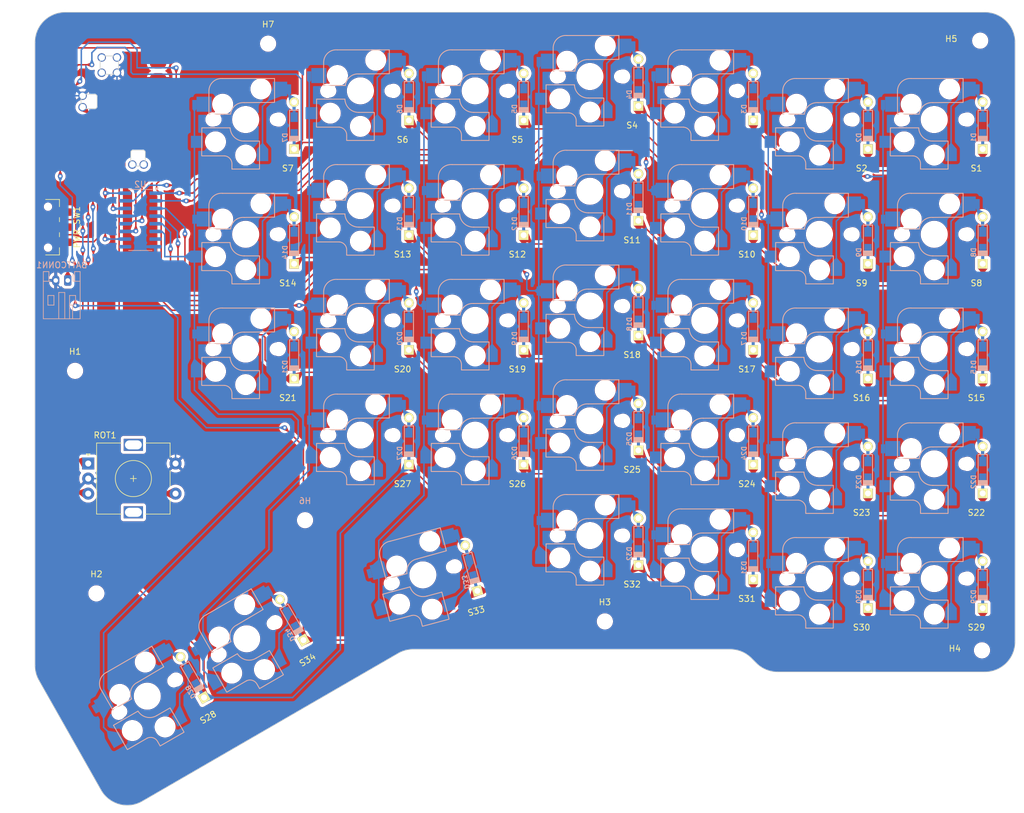
<source format=kicad_pcb>
(kicad_pcb (version 20240108) (generator "pcbnew") (generator_version "8.0")
  (layers (0 "F.Cu" signal) (31 "B.Cu" signal) (34 "B.Paste" user) (35 "F.Paste" user) (36 "B.SilkS" user "B.Silkscreen") (37 "F.SilkS" user "F.Silkscreen") (38 "B.Mask" user) (39 "F.Mask" user) (44 "Edge.Cuts" user))
  (net 0 "")
  (net 1 "row0")
  (net 2 "Net-(D1-A)")
  (net 3 "Net-(D2-A)")
  (net 4 "Net-(D3-A)")
  (net 5 "Net-(D4-A)")
  (net 6 "Net-(D5-A)")
  (net 7 "Net-(D6-A)")
  (net 8 "row1")
  (net 9 "Net-(D7-A)")
  (net 10 "Net-(D8-A)")
  (net 11 "Net-(D9-A)")
  (net 12 "Net-(D10-A)")
  (net 13 "Net-(D11-A)")
  (net 14 "Net-(D12-A)")
  (net 15 "row2")
  (net 16 "Net-(D13-A)")
  (net 17 "Net-(D14-A)")
  (net 18 "Net-(D15-A)")
  (net 19 "Net-(D16-A)")
  (net 20 "Net-(D17-A)")
  (net 21 "Net-(D18-A)")
  (net 22 "row3")
  (net 23 "Net-(D19-A)")
  (net 24 "Net-(D20-A)")
  (net 25 "Net-(D21-A)")
  (net 26 "Net-(D22-A)")
  (net 27 "Net-(D23-A)")
  (net 28 "Net-(D24-A)")
  (net 29 "row4")
  (net 30 "Net-(D25-A)")
  (net 31 "Net-(D26-A)")
  (net 32 "Net-(D27-A)")
  (net 33 "Net-(D28-A)")
  (net 34 "Net-(D29-A)")
  (net 35 "Net-(D30-A)")
  (net 37 "BATT")
  (net 38 "RAW")
  (net 39 "ROTA")
  (net 40 "ROTB")
  (net 41 "GND")
  (net 42 "B1")
  (net 43 "RESET")
  (net 44 "col0")
  (net 45 "col1")
  (net 46 "col2")
  (net 47 "col3")
  (net 48 "col4")
  (net 49 "col5")
  (net 50 "VCC")
  (net 54 "Net-(D31-A)")
  (net 55 "Net-(D32-A)")
  (net 56 "Net-(D33-A)")
  (net 57 "Net-(D34-A)")
  (net 58 "IO_CS")
  (net 59 "SCK")
  (net 60 "MOSI")
  (net 63 "col6")
  (net 64 "col7")
  (footprint "wackymxter:MX_Choc_Hotswap" (layer "F.Cu") (at 89.695966 131.435931 30)
    (property "Reference" "S34")
    (property "Value" "Keyswitch" (hide yes))
  )
  (footprint "wackymxter:MX_Choc_Hotswap" (layer "F.Cu") (at 184.775 64.293843)
    (property "Reference" "S9")
    (property "Value" "Keyswitch" (hide yes))
  )
  (footprint "wackymxter:HybridDiode" (layer "F.Cu") (at 97.575 84.343843 -90)
    (property "Reference" "D21")
    (property "Value" "Diode" (hide yes))
  )
  (footprint "wackymxter:HybridDiode" (layer "F.Cu") (at 211.875 65.293843 -90)
    (property "Reference" "D8")
    (property "Value" "Diode" (hide yes))
  )
  (footprint "wackymxter:MX_Choc_Hotswap" (layer "F.Cu") (at 165.725 40.481343)
    (property "Reference" "S3" (hide yes))
    (property "Value" "Keyswitch" (hide yes))
  )
  (footprint "Button_Switch_SMD:SW_SPDT_CK_JS102011SAQN" (layer "F.Cu") (at 56.717382 63.11 -90)
    (property "Reference" "PWR_SW1")
    (property "Value" "SW_SPDT")
  )
  (footprint "wackymxter:HybridDiode" (layer "F.Cu") (at 192.825 84.343843 -90)
    (property "Reference" "D16")
    (property "Value" "Diode" (hide yes))
  )
  (footprint "MountingHole:MountingHole_2.2mm_M2" (layer "F.Cu") (at 211.455474 32.15)
    (property "Reference" "H5")
    (property "Value" "MountingHole")
  )
  (footprint "wackymxter:MX_Choc_Hotswap" (layer "F.Cu") (at 184.775 102.393843)
    (property "Reference" "S23")
    (property "Value" "Keyswitch" (hide yes))
  )
  (footprint "wackymxter:MX_Choc_Hotswap" (layer "F.Cu") (at 165.725 78.581343)
    (property "Reference" "S17")
    (property "Value" "Keyswitch" (hide yes))
  )
  (footprint "wackymxter:HybridDiode" (layer "F.Cu") (at 211.875 84.343843 -90)
    (property "Reference" "D15")
    (property "Value" "Diode" (hide yes))
  )
  (footprint "wackymxter:HybridDiode" (layer "F.Cu") (at 173.775 98.631343 -90)
    (property "Reference" "D24")
    (property "Value" "Diode" (hide yes))
  )
  (footprint "wackymxter:HybridDiode" (layer "F.Cu") (at 116.625 60.531343 -90)
    (property "Reference" "D13")
    (property "Value" "Diode" (hide yes))
  )
  (footprint "wackymxter:MX_Choc_Hotswap" (layer "F.Cu") (at 127.625 97.631343)
    (property "Reference" "S26")
    (property "Value" "Keyswitch" (hide yes))
  )
  (footprint "MountingHole:MountingHole_2.2mm_M2" (layer "F.Cu") (at 149.155474 128.55)
    (property "Reference" "H3")
    (property "Value" "MountingHole")
  )
  (footprint "wackymxter:MX_Choc_Hotswap" (layer "F.Cu") (at 184.775 121.443843)
    (property "Reference" "S30")
    (property "Value" "Keyswitch" (hide yes))
  )
  (footprint "wackymxter:HybridDiode" (layer "F.Cu") (at 173.775 117.681343 -90)
    (property "Reference" "D31")
    (property "Value" "Diode" (hide yes))
  )
  (footprint "wackymxter:MX_Choc_Hotswap" (layer "F.Cu") (at 146.675 38.100093)
    (property "Reference" "S4")
    (property "Value" "Keyswitch" (hide yes))
  )
  (footprint "wackymxter:MX_Choc_Hotswap" (layer "F.Cu") (at 203.825 121.443843)
    (property "Reference" "S29")
    (property "Value" "Keyswitch" (hide yes))
  )
  (footprint "wackymxter:HybridDiode" (layer "F.Cu") (at 154.725 39.100093 -90)
    (property "Reference" "D4")
    (property "Value" "Diode" (hide yes))
  )
  (footprint "wackymxter:HybridDiode" (layer "F.Cu") (at 135.675 79.581343 -90)
    (property "Reference" "D19")
    (property "Value" "Diode" (hide yes))
  )
  (footprint "wackymxter:HybridDiode" (layer "F.Cu") (at 116.625 98.631343 -90)
    (property "Reference" "D27")
    (property "Value" "Diode" (hide yes))
  )
  (footprint "wackymxter:MX_Choc_Hotswap" (layer "F.Cu") (at 118.945726 120.82565 15)
    (property "Reference" "S33")
    (property "Value" "Keyswitch" (hide yes))
  )
  (footprint "wackymxter:HybridDiode" (layer "F.Cu") (at 154.725 58.150093 -90)
    (property "Reference" "D11")
    (property "Value" "Diode" (hide yes))
  )
  (footprint "wackymxter:HybridDiode" (layer "F.Cu") (at 173.775 41.481343 -90)
    (property "Reference" "D3")
    (property "Value" "Diode" (hide yes))
  )
  (footprint "wackymxter:MX_Choc_Hotswap" (layer "F.Cu") (at 165.725 59.531343)
    (property "Reference" "S10")
    (property "Value" "Keyswitch" (hide yes))
  )
  (footprint "wackymxter:HybridDiode" (layer "F.Cu") (at 211.875 46.243843 -90)
    (property "Reference" "D1")
    (property "Value" "Diode" (hide yes))
  )
  (footprint "wackymxter:HybridDiode" (layer "F.Cu") (at 135.675 41.481343 -90)
    (property "Reference" "D5")
    (property "Value" "Diode" (hide yes))
  )
  (footprint "wackymxter:HybridDiode" (layer "F.Cu") (at 192.825 65.293843 -90)
    (property "Reference" "D9")
    (property "Value" "Diode" (hide yes))
  )
  (footprint "wackymxter:MX_Choc_Hotswap" (layer "F.Cu") (at 89.525 45.243843)
    (property "Reference" "S7")
    (property "Value" "Keyswitch" (hide yes))
  )
  (footprint "wackymxter:HybridDiode" (layer "F.Cu") (at 80.669686 137.801957 -60)
    (property "Reference" "D28")
    (property "Value" "Diode" (hide yes))
  )
  (footprint "wackymxter:HybridDiode" (layer "F.Cu") (at 211.875 103.393843 -90)
    (property "Reference" "D22")
    (property "Value" "Diode" (hide yes))
  )
  (footprint "wackymxter:MX_Choc_Hotswap" (layer "F.Cu") (at 146.675 95.250093)
    (property "Reference" "S25")
    (property "Value" "Keyswitch" (hide yes))
  )
  (footprint "wackymxter:HybridDiode" (layer "F.Cu") (at 116.625 79.581343 -90)
    (property "Reference" "D20")
    (property "Value" "Diode" (hide yes))
  )
  (footprint "wackymxter:MX_Choc_Hotswap" (layer "F.Cu") (at 203.825 102.393843)
    (property "Reference" "S22")
    (property "Value" "Keyswitch" (hide yes))
  )
  (footprint "wackymxter:MX_Choc_Hotswap" (layer "F.Cu") (at 203.825 64.293843)
    (property "Reference" "S8")
    (property "Value" "Keyswitch" (hide yes))
  )
  (footprint "wackymxter:MX_Choc_Hotswap" (layer "F.Cu") (at 108.575 59.531343)
    (property "Reference" "S13")
    (property "Value" "Keyswitch" (hide yes))
  )
  (footprint "wackymxter:MX_Choc_Hotswap" (layer "F.Cu") (at 146.675 114.300093)
    (property "Reference" "S32")
    (property "Value" "Keyswitch" (hide yes))
  )
  (footprint "wackymxter:MX_Choc_Hotswap" (layer "F.Cu") (at 127.625 78.581343)
    (property "Reference" "S19")
    (property "Value" "Keyswitch" (hide yes))
  )
  (footprint "wackymxter:MX_Choc_Hotswap" (layer "F.Cu") (at 165.725 116.681343)
    (property "Reference" "S31")
    (property "Value" "Keyswitch" (hide yes))
  )
  (footprint "wackymxter:MX_Choc_Hotswap" (layer "F.Cu") (at 203.825 83.343843)
    (property "Reference" "S15")
    (property "Value" "Keyswitch" (hide yes))
  )
  (footprint "wackymxter:HybridDiode" (layer "F.Cu") (at 173.775 79.581343 -90)
    (property "Reference" "D17")
    (property "Value" "Diode" (hide yes))
  )
  (footprint "MountingHole:MountingHole_2.2mm_M2" (layer "F.Cu") (at 211.755474 133.35)
    (property "Reference" "H4")
    (property "Value" "MountingHole")
  )
  (footprint "Rotary_Encoder:RotaryEncoder_Alps_EC11E-Switch_Vertical_H20mm" (layer "F.Cu") (at 63.39 102.34)
    (property "Reference" "ROT1")
    (property "Value" "RotaryEncoder_Switch")
  )
  (footprint "wackymxter:MX_Choc_Hotswap" (layer "F.Cu") (at 165.725 97.631343)
    (property "Reference" "S24")
    (property "Value" "Keyswitch" (hide yes))
  )
  (footprint "wackymxter:MX_Choc_Hotswap" (layer "F.Cu") (at 73.198182 140.960931 30)
    (property "Reference" "S28")
    (property "Value" "Keyswitch" (hide yes))
  )
  (footprint "wackymxter:MX_Choc_Hotswap" (layer "F.Cu") (at 127.625 40.481343)
    (property "Reference" "S5")
    (property "Value" "Keyswitch" (hide yes))
  )
  (footprint "wackymxter:HybridDiode" (layer "F.Cu") (at 192.825 46.243843 -90)
    (property "Reference" "D2")
    (property "Value" "Diode" (hide yes))
  )
  (footprint "wackymxter:HybridDiode" (layer "F.Cu") (at 97.575 65.293843 -90)
    (property "Reference" "D14")
    (property "Value" "Diode" (hide yes))
  )
  (footprint "wackymxter:HybridDiode" (layer "F.Cu") (at 135.675 98.631343 -90)
    (property "Reference" "D26")
    (property "Value" "Diode" (hide yes))
  )
  (footprint "wackymxter:HybridDiode" (layer "F.Cu") (at 135.675 60.531343 -90)
    (property "Reference" "D12")
    (property "Value" "Diode" (hide yes))
  )
  (footprint "wackymxter:MX_Choc_Hotswap" (layer "F.Cu") (at 89.525 64.293843)
    (property "Reference" "S14")
    (property "Value" "Keyswitch" (hide yes))
  )
  (footprint "wackymxter:xiao-ble-smd-cutout" (layer "F.Cu") (at 66.900182 43.51)
    (property "Reference" "U1" (hide yes))
    (property "Value" "xiao-ble" (hide yes))
    (fp_line (start -4.699 -0.7488) (end -4.699 -1.7902) (stroke (width 0.12)) (layer "Edge.Cuts"))
    (fp_line (start -4.0132 -2.476) (end -2.413 -2.476) (stroke (width 0.12)) (layer "Edge.Cuts"))
    (fp_line (start -2.413 -0.063) (end -4.0132 -0.063) (stroke (width 0.12)) (layer "Edge.Cuts"))
    (fp_line (start -2.032 -2.095) (end -2.032 -0.444) (stroke (width 0.12)) (layer "Edge.Cuts"))
    (fp_line (start -1.524 -6.4638) (end -1.524 -8.1402) (stroke (width 0.12)) (layer "Edge.Cuts"))
    (fp_line (start -0.8382 -8.826) (end 0.8382 -8.826) (stroke (width 0.12)) (layer "Edge.Cuts"))
    (fp_line (start -0.8382 -5.778) (end 0.8382 -5.778) (stroke (width 0.12)) (layer "Edge.Cuts"))
    (fp_line (start 1.524 -6.4638) (end 1.524 -8.1402) (stroke (width 0.12)) (layer "Edge.Cuts"))
    (fp_line (start 3.556 8.7762) (end 3.5565 7.176) (stroke (width 0.12)) (layer "Edge.Cuts"))
    (fp_line (start 3.9375 6.795) (end 5.5885 6.795) (stroke (width 0.12)) (layer "Edge.Cuts"))
    (fp_line (start 5.2832 9.462) (end 4.2418 9.462) (stroke (width 0.12)) (layer "Edge.Cuts"))
    (fp_line (start 5.9695 7.176) (end 5.969 8.7762) (stroke (width 0.12)) (layer "Edge.Cuts"))
    (fp_arc (start -4.699 -0.7488) (mid -4.095391 -0.666609) (end -4.0132 -0.063) (stroke (width 0.12)) (layer "Edge.Cuts"))
    (fp_arc (start -4.0132 -2.476) (mid -4.095391 -1.872391) (end -4.699 -1.7902) (stroke (width 0.12)) (layer "Edge.Cuts"))
    (fp_arc (start -2.413 -2.476) (mid -2.143592 -2.364408) (end -2.032 -2.095) (stroke (width 0.12)) (layer "Edge.Cuts"))
    (fp_arc (start -2.032 -0.444) (mid -2.143592 -0.174592) (end -2.413 -0.063) (stroke (width 0.12)) (layer "Edge.Cuts"))
    (fp_arc (start -1.524 -6.4638) (mid -0.920391 -6.381609) (end -0.8382 -5.778) (stroke (width 0.12)) (layer "Edge.Cuts"))
    (fp_arc (start -0.8382 -8.826) (mid -0.920391 -8.222391) (end -1.524 -8.1402) (stroke (width 0.12)) (layer "Edge.Cuts"))
    (fp_arc (start 0.8382 -5.778) (mid 0.920391 -6.381609) (end 1.524 -6.4638) (stroke (width 0.12)) (layer "Edge.Cuts"))
    (fp_arc (start 1.524 -8.1402) (mid 0.920393 -8.222393) (end 0.8382 -8.826) (stroke (width 0.12)) (layer "Edge.Cuts"))
    (fp_arc (start 3.556 8.7762) (mid 4.159607 8.858393) (end 4.2418 9.462) (stroke (width 0.12)) (layer "Edge.Cuts"))
    (fp_arc (start 3.5565 7.176) (mid 3.668092 6.906592) (end 3.9375 6.795) (stroke (width 0.12)) (layer "Edge.Cuts"))
    (fp_arc (start 5.2832 9.462) (mid 5.365393 8.858393) (end 5.969 8.7762) (stroke (width 0.12)) (layer "Edge.Cuts"))
    (fp_arc (start 5.5885 6.795) (mid 5.857908 6.906592) (end 5.9695 7.176) (stroke (width 0.12)) (layer "Edge.Cuts"))
  )
  (footprint "wackymxter:HybridDiode" (layer "F.Cu") (at 173.775 60.531343 -90)
    (property "Reference" "D10")
    (property "Value" "Diode" (hide yes))
  )
  (footprint "wackymxter:MX_Choc_Hotswap" (layer "F.Cu") (at 146.675 76.200093)
    (property "Reference" "S18")
    (property "Value" "Keyswitch" (hide yes))
  )
  (footprint "wackymxter:HybridDiode" (layer "F.Cu") (at 97.575 46.243843 -90)
    (property "Reference" "D7")
    (property "Value" "Diode" (hide yes))
  )
  (footprint "wackymxter:MX_Choc_Hotswap" (layer "F.Cu") (at 146.675 57.150093)
    (property "Reference" "S11")
    (property "Value" "Keyswitch" (hide yes))
  )
  (footprint "wackymxter:MX_Choc_Hotswap" (layer "F.Cu") (at 184.775 83.343843)
    (property "Reference" "S16")
    (property "Value" "Keyswitch" (hide yes))
  )
  (footprint "MountingHole:MountingHole_2.2mm_M2" (layer "F.Cu") (at 93.255474 32.65)
    (property "Reference" "H7")
    (property "Value" "MountingHole")
  )
  (footprint "wackymxter:MX_Choc_Hotswap" (layer "F.Cu") (at 108.575 40.481343)
    (property "Reference" "S6")
    (property "Value" "Keyswitch" (hide yes))
  )
  (footprint "wackymxter:HybridDiode" (layer "F.Cu") (at 97.16747 128.276957 -60)
    (property "Reference" "D34")
    (property "Value" "Diode" (hide yes))
  )
  (footprint "wackymxter:MX_Choc_Hotswap" (layer "F.Cu") (at 184.775 45.243843)
    (property "Reference" "S2")
    (property "Value" "Keyswitch" (hide yes))
  )
  (footprint "wackymxter:MX_Choc_Hotswap" (layer "F.Cu") (at 203.825 45.243843)
    (property "Reference" "S1")
    (property "Value" "Keyswitch" (hide yes))
  )
  (footprint "wackymxter:MX_Choc_Hotswap" (layer "F.Cu") (at 108.575 97.631343)
    (property "Reference" "S27")
    (property "Value" "Keyswitch" (hide yes))
  )
  (footprint "wackymxter:HybridDiode" (layer "F.Cu") (at 211.875 122.443843 -90)
    (property "Reference" "D29")
    (property "Value" "Diode" (hide yes))
  )
  (footprint "MountingHole:MountingHole_2.2mm_M2" (layer "F.Cu") (at 64.75 123.9)
    (property "Reference" "H2")
    (property "Value" "MountingHole")
  )
  (footprint "wackymxter:HybridDiode" (layer "F.Cu") (at 154.725 96.250093 -90)
    (property "Reference" "D25")
    (property "Value" "Diode" (hide yes))
  )
  (footprint "MountingHole:MountingHole_2.2mm_M2" (layer "F.Cu") (at 61.213574 86.95625)
    (property "Reference" "H1")
    (property "Value" "MountingHole")
  )
  (footprint "wackymxter:MX_Choc_Hotswap" (layer "F.Cu") (at 89.525 83.343843)
    (property "Reference" "S21")
    (property "Value" "Keyswitch" (hide yes))
  )
  (footprint "wackymxter:HybridDiode" (layer "F.Cu") (at 154.725 115.300093 -90)
    (property "Reference" "D32")
    (property "Value" "Diode" (hide yes))
  )
  (footprint "wackymxter:HybridDiode" (layer "F.Cu") (at 126.980247 119.708083 -75)
    (property "Reference" "D33")
    (property "Value" "Diode" (hide yes))
  )
  (footprint "wackymxter:HybridDiode" (layer "F.Cu") (at 192.825 103.393843 -90)
    (property "Reference" "D23")
    (property "Value" "Diode" (hide yes))
  )
  (footprint "wackymxter:MX_Choc_Hotswap" (layer "F.Cu") (at 127.625 59.531343)
    (property "Reference" "S12")
    (property "Value" "Keyswitch" (hide yes))
  )
  (footprint "wackymxter:MX_Choc_Hotswap" (layer "F.Cu") (at 108.575 78.581343)
    (property "Reference" "S20")
    (property "Value" "Keyswitch" (hide yes))
  )
  (footprint "wackymxter:HybridDiode" (layer "F.Cu") (at 116.625 41.481343 -90)
    (property "Reference" "D6")
    (property "Value" "Diode" (hide yes))
  )
  (footprint "wackymxter:HybridDiode" (layer "F.Cu") (at 192.825 122.443843 -90)
    (property "Reference" "D30")
    (property "Value" "Diode" (hide yes))
  )
  (footprint "wackymxter:HybridDiode" (layer "F.Cu") (at 154.725 77.200093 -90)
    (property "Reference" "D18")
    (property "Value" "Diode" (hide yes))
  )
  (footprint "Connector_JST:JST_PH_S2B-PH-K_1x02_P2.00mm_Horizontal" (layer "B.Cu") (at 60 71.95 180)
    (property "Reference" "BATTCONN1")
    (property "Value" "Conn_01x02_Female")
  )
  (footprint "MountingHole:MountingHole_2.2mm_M2" (layer "B.Cu") (at 99.385808 111.75 180)
    (property "Reference" "H6")
    (property "Value" "MountingHole")
  )
  (footprint "Package_SO:SOP-16_3.9x9.9mm_P1.27mm" (layer "B.Cu") (at 72.039998 61.91 180)
    (property "Reference" "U2")
    (property "Value" "74HC595")
  )
  (gr_line (start 173.466786 134.643823) (end 174.287854 135.464891) (stroke (width 0.1)) (layer "Edge.Cuts"))
  (gr_line (start 59.55232 27.429357) (end 212.25232 27.429357) (stroke (width 0.1)) (layer "Edge.Cuts"))
  (gr_arc (start 169.931252 133.179357) (mid 171.844673 133.55995) (end 173.466786 134.643823) (stroke (width 0.1)) (layer "Edge.Cuts"))
  (gr_line (start 169.931252 133.179357) (end 123.50232 133.179357) (stroke (width 0.1)) (layer "Edge.Cuts"))
  (gr_line (start 54.55232 135.85538) (end 54.55232 32.429357) (stroke (width 0.1)) (layer "Edge.Cuts"))
  (gr_arc (start 54.55232 32.429357) (mid 56.016787 28.893825) (end 59.55232 27.429357) (stroke (width 0.1)) (layer "Edge.Cuts"))
  (gr_arc (start 72.370216 158.404167) (mid 68.554642 158.899994) (end 65.516631 156.538862) (stroke (width 0.1)) (layer "Edge.Cuts"))
  (gr_arc (start 177.823388 136.929357) (mid 175.909967 136.548764) (end 174.287854 135.464891) (stroke (width 0.1)) (layer "Edge.Cuts"))
  (gr_line (start 65.516631 156.538862) (end 55.207544 138.329834) (stroke (width 0.1)) (layer "Edge.Cuts"))
  (gr_line (start 212.25232 136.929357) (end 177.823388 136.929357) (stroke (width 0.1)) (layer "Edge.Cuts"))
  (gr_arc (start 217.25232 131.929357) (mid 215.787854 135.464891) (end 212.25232 136.929357) (stroke (width 0.1)) (layer "Edge.Cuts"))
  (gr_line (start 123.50232 133.179357) (end 117.343622 133.179357) (stroke (width 0.1)) (layer "Edge.Cuts"))
  (gr_arc (start 55.207544 138.329834) (mid 54.718907 137.135246) (end 54.55232 135.85538) (stroke (width 0.1)) (layer "Edge.Cuts"))
  (gr_arc (start 114.841107 133.850683) (mid 116.048124 133.350103) (end 117.343622 133.179357) (stroke (width 0.1)) (layer "Edge.Cuts"))
  (gr_arc (start 212.25232 27.429357) (mid 215.787854 28.893823) (end 217.25232 32.429357) (stroke (width 0.1)) (layer "Edge.Cuts"))
  (gr_line (start 114.841107 133.850683) (end 72.370216 158.404167) (stroke (width 0.1)) (layer "Edge.Cuts"))
  (gr_line (start 217.25232 32.429357) (end 217.25232 131.929357) (stroke (width 0.1)) (layer "Edge.Cuts"))
  (segment (start 191.75 53.3) (end 180.643657 53.3) (width 0.25) (layer "F.Cu") (net 1))
  (segment (start 154.725 43.000093) (end 154.725 46.325) (width 0.25) (layer "F.Cu") (net 1))
  (segment (start 210.7 53.75) (end 194.2 53.75) (width 0.25) (layer "F.Cu") (net 1))
  (segment (start 90.75 35.65) (end 98.25 35.65) (width 0.25) (layer "F.Cu") (net 1))
  (segment (start 173.775 46.431343) (end 173.775 45.381343) (width 0.25) (layer "F.Cu") (net 1))
  (segment (start 173.2 49.2) (end 160.924907 49.2) (width 0.25) (layer "F.Cu") (net 1))
  (segment (start 192.825 52.225) (end 191.75 53.3) (width 0.25) (layer "F.Cu") (net 1))
  (segment (start 88.45 33.35) (end 90.75 35.65) (width 0.25) (layer "F.Cu") (net 1))
  (segment (start 98.95 36.35) (end 98.95 48.625) (width 0.25) (layer "F.Cu") (net 1))
  (segment (start 192.825 50.143843) (end 192.825 52.225) (width 0.25) (layer "F.Cu") (net 1))
  (segment (start 98.25 35.65) (end 98.95 36.35) (width 0.25) (layer "F.Cu") (net 1))
  (segment (start 116.625 45.381343) (end 116.625 46.875) (width 0.25) (layer "F.Cu") (net 1))
  (segment (start 135.2 48.65) (end 119.893657 48.65) (width 0.25) (layer "F.Cu") (net 1))
  (segment (start 173.775 48.625) (end 173.2 49.2) (width 0.25) (layer "F.Cu") (net 1))
  (segment (start 154.25 46.8) (end 137.093657 46.8) (width 0.25) (layer "F.Cu") (net 1))
  (segment (start 192.825 52.375) (end 192.825 50.143843) (width 0.25) (layer "F.Cu") (net 1))
  (segment (start 119.893657 48.65) (end 116.625 45.381343) (width 0.25) (layer "F.Cu") (net 1))
  (segment (start 58.330222 35.89) (end 60.870222 33.35) (width 0.25) (layer "F.Cu") (net 1))
  (segment (start 180.643657 53.3) (end 173.775 46.431343) (width 0.25) (layer "F.Cu") (net 1))
  (segment (start 60.870222 33.35) (end 88.45 33.35) (width 0.25) (layer "F.Cu") (net 1))
  (segment (start 114.45 49.05) (end 98.668843 49.05) (width 0.25) (layer "F.Cu") (net 1))
  (segment (start 194.2 53.75) (end 192.825 52.375) (width 0.25) (layer "F.Cu") (net 1))
  (segment (start 135.675 45.381343) (end 135.675 48.175) (width 0.25) (layer "F.Cu") (net 1))
  (segment (start 160.924907 49.2) (end 154.725 43.000093) (width 0.25) (layer "F.Cu") (net 1))
  (segment (start 97.575 50) (end 97.575 50.143843) (width 0.25) (layer "F.Cu") (net 1))
  (segment (start 211.875 52.575) (end 210.7 53.75) (width 0.25) (layer "F.Cu") (net 1))
  (segment (start 135.675 48.175) (end 135.2 48.65) (width 0.25) (layer "F.Cu") (net 1))
  (segment (start 98.95 48.625) (end 97.575 50) (width 0.25) (layer "F.Cu") (net 1))
  (segment (start 173.775 45.381343) (end 173.775 48.625) (width 0.25) (layer "F.Cu") (net 1))
  (segment (start 211.875 50.143843) (end 211.875 52.575) (width 0.25) (layer "F.Cu") (net 1))
  (segment (start 116.625 46.875) (end 114.45 49.05) (width 0.25) (layer "F.Cu") (net 1))
  (segment (start 154.725 46.325) (end 154.25 46.8) (width 0.25) (layer "F.Cu") (net 1))
  (segment (start 98.668843 49.05) (end 97.575 50.143843) (width 0.25) (layer "F.Cu") (net 1))
  (segment (start 137.093657 46.8) (end 135.675 45.381343) (width 0.25) (layer "F.Cu") (net 1))
  (segment (start 211.025 41.493843) (end 211.875 42.343843) (width 0.25) (layer "B.Cu") (net 2))
  (segment (start 206.625 51.143843) (end 206.625 43.063843) (width 0.25) (layer "B.Cu") (net 2))
  (segment (start 206.625 43.063843) (end 209.525 40.163843) (width 0.25) (layer "B.Cu") (net 2))
  (segment (start 211.025 40.143843) (end 211.025 41.493843) (width 0.25) (layer "B.Cu") (net 2))
  (segment (start 191.975 41.493843) (end 192.825 42.343843) (width 0.25) (layer "B.Cu") (net 3))
  (segment (start 191.975 40.143843) (end 191.975 41.493843) (width 0.25) (layer "B.Cu") (net 3))
  (segment (start 187.575 51.143843) (end 187.575 43.063843) (width 0.25) (layer "B.Cu") (net 3))
  (segment (start 187.575 43.063843) (end 190.475 40.163843) (width 0.25) (layer "B.Cu") (net 3))
  (segment (start 172.925 36.731343) (end 173.775 37.581343) (width 0.25) (layer "B.Cu") (net 4))
  (segment (start 168.525 38.301343) (end 171.425 35.401343) (width 0.25) (layer "B.Cu") (net 4))
  (segment (start 172.925 35.381343) (end 172.925 36.731343) (width 0.25) (layer "B.Cu") (net 4))
  (segment (start 168.525 46.381343) (end 168.525 38.301343) (width 0.25) (layer "B.Cu") (net 4))
  (segment (start 153.875 34.350093) (end 154.725 35.200093) (width 0.25) (layer "B.Cu") (net 5))
  (segment (start 149.475 44.000093) (end 149.475 35.920093) (width 0.25) (layer "B.Cu") (net 5))
  (segment (start 153.875 33.000093) (end 153.875 34.350093) (width 0.25) (layer "B.Cu") (net 5))
  (segment (start 149.475 35.920093) (end 152.375 33.020093) (width 0.25) (layer "B.Cu") (net 5))
  (segment (start 134.825 36.731343) (end 135.675 37.581343) (width 0.25) (layer "B.Cu") (net 6))
  (segment (start 134.825 35.381343) (end 134.825 36.731343) (width 0.25) (layer "B.Cu") (net 6))
  (segment (start 130.425 38.301343) (end 133.325 35.401343) (width 0.25) (layer "B.Cu") (net 6))
  (segment (start 130.425 46.381343) (end 130.425 38.301343) (width 0.25) (layer "B.Cu") (net 6))
  (segment (start 115.775 36.731343) (end 116.625 37.581343) (width 0.25) (layer "B.Cu") (net 7))
  (segment (start 111.375 38.301343) (end 114.275 35.401343) (width 0.25) (layer "B.Cu") (net 7))
  (segment (start 111.375 46.381343) (end 111.375 38.301343) (width 0.25) (layer "B.Cu") (net 7))
  (segment (start 115.775 35.381343) (end 115.775 36.731343) (width 0.25) (layer "B.Cu") (net 7))
  (segment (start 192.856157 69.243843) (end 192.856157 71.325) (width 0.25) (layer "F.Cu") (net 8))
  (segment (start 191.781157 72.4) (end 180.674814 72.4) (width 0.25) (layer "F.Cu") (net 8))
  (segment (start 154.281157 65.9) (end 137.124814 65.9) (width 0.25) (layer "F.Cu") (net 8))
  (segment (start 137.124814 65.9) (end 135.706157 64.481343) (width 0.25) (layer "F.Cu") (net 8))
  (segment (start 154.756157 65.425) (end 154.281157 65.9) (width 0.25) (layer "F.Cu") (net 8))
  (segment (start 154.756157 62.100093) (end 154.756157 65.425) (width 0.25) (layer "F.Cu") (net 8))
  (segment (start 160.956064 68.3) (end 154.756157 62.100093) (width 0.25) (layer "F.Cu") (net 8))
  (segment (start 173.231157 68.3) (end 160.956064 68.3) (width 0.25) (layer "F.Cu") (net 8))
  (segment (start 114.481157 68.15) (end 98.7 68.15) (width 0.25) (layer "F.Cu") (net 8))
  (segment (start 211.906157 69.243843) (end 211.906157 71.675) (width 0.25) (layer "F.Cu") (net 8))
  (segment (start 116.656157 64.481343) (end 116.656157 65.975) (width 0.25) (layer "F.Cu") (net 8))
  (segment (start 192.856157 71.325) (end 191.781157 72.4) (width 0.25) (layer "F.Cu") (net 8))
  (segment (start 210.731157 72.85) (end 194.231157 72.85) (width 0.25) (layer "F.Cu") (net 8))
  (segment (start 59.47 38.43) (end 61.75 36.15) (width 0.25) (layer "F.Cu") (net 8))
  (segment (start 173.806157 67.725) (end 173.231157 68.3) (width 0.25) (layer "F.Cu") (net 8))
  (segment (start 135.706157 64.481343) (end 135.706157 67.275) (width 0.25) (layer "F.Cu") (net 8))
  (segment (start 135.706157 67.275) (end 135.231157 67.75) (width 0.25) (layer "F.Cu") (net 8))
  (segment (start 119.924814 67.75) (end 116.656157 64.481343) (width 0.25) (layer "F.Cu") (net 8))
  (segment (start 173.806157 64.481343) (end 173.806157 67.725) (width 0.25) (layer "F.Cu") (net 8))
  (segment (start 211.906157 71.675) (end 210.731157 72.85) (width 0.25) (layer "F.Cu") (net 8))
  (segment (start 116.656157 65.975) (end 114.481157 68.15) (width 0.25) (layer "F.Cu") (net 8))
  (segment (start 58.330222 38.43) (end 59.47 38.43) (width 0.25) (layer "F.Cu") (net 8))
  (segment (start 194.231157 72.85) (end 192.856157 71.475) (width 0.25) (layer "F.Cu") (net 8))
  (segment (start 135.231157 67.75) (end 119.924814 67.75) (width 0.25) (layer "F.Cu") (net 8))
  (segment (start 61.75 36.15) (end 64 36.15) (width 0.25) (layer "F.Cu") (net 8))
  (segment (start 180.674814 72.4) (end 173.806157 65.531343) (width 0.25) (layer "F.Cu") (net 8))
  (segment (start 98.7 68.15) (end 97.606157 69.243843) (width 0.25) (layer "F.Cu") (net 8))
  (via (at 64 36.15) (size 0.8) (drill 0.4) (layers "F.Cu" "B.Cu") (net 8))
  (segment (start 98.75 65.518843) (end 97.575 66.693843) (width 0.25) (layer "B.Cu") (net 8))
  (segment (start 69.5 33.275) (end 70.5 34.275) (width 0.25) (layer "B.Cu") (net 8))
  (segment (start 64 34.15) (end 64.875 33.275) (width 0.25) (layer "B.Cu") (net 8))
  (segment (start 64 36.15) (end 64 34.15) (width 0.25) (layer "B.Cu") (net 8))
  (segment (start 97.9375 37.7125) (end 98.75 38.525) (width 0.25) (layer "B.Cu") (net 8))
  (segment (start 70.5 37.4) (end 70.8125 37.7125) (width 0.25) (layer "B.Cu") (net 8))
  (segment (start 64.875 33.275) (end 69.5 33.275) (width 0.25) (layer "B.Cu") (net 8))
  (segment (start 70.5 34.275) (end 70.5 37.4) (width 0.25) (layer "B.Cu") (net 8))
  (segment (start 70.8125 37.7125) (end 97.9375 37.7125) (width 0.25) (layer "B.Cu") (net 8))
  (segment (start 98.75 38.525) (end 98.75 65.518843) (width 0.25) (layer "B.Cu") (net 8))
  (segment (start 96.725 41.493843) (end 97.575 42.343843) (width 0.25) (layer "B.Cu") (net 9))
  (segment (start 96.725 40.143843) (end 96.725 41.493843) (width 0.25) (layer "B.Cu") (net 9))
  (segment (start 92.325 51.143843) (end 92.325 43.063843) (width 0.25) (layer "B.Cu") (net 9))
  (segment (start 92.325 43.063843) (end 95.225 40.163843) (width 0.25) (layer "B.Cu") (net 9))
  (segment (start 211.025 59.193843) (end 211.025 60.543843) (width 0.25) (layer "B.Cu") (net 10))
  (segment (start 206.625 70.193843) (end 206.625 62.113843) (width 0.25) (layer "B.Cu") (net 10))
  (segment (start 206.625 62.113843) (end 209.525 59.213843) (width 0.25) (layer "B.Cu") (net 10))
  (segment (start 211.025 60.543843) (end 211.875 61.393843) (width 0.25) (layer "B.Cu") (net 10))
  (segment (start 187.575 70.193843) (end 187.575 62.113843) (width 0.25) (layer "B.Cu") (net 11))
  (segment (start 191.975 59.193843) (end 191.975 60.543843) (width 0.25) (layer "B.Cu") (net 11))
  (segment (start 191.975 60.543843) (end 192.825 61.393843) (width 0.25) (layer "B.Cu") (net 11))
  (segment (start 187.575 62.113843) (end 190.475 59.213843) (width 0.25) (layer "B.Cu") (net 11))
  (segment (start 168.525 65.431343) (end 168.525 57.351343) (width 0.25) (layer "B.Cu") (net 12))
  (segment (start 172.925 54.431343) (end 172.925 55.781343) (width 0.25) (layer "B.Cu") (net 12))
  (segment (start 172.925 55.781343) (end 173.775 56.631343) (width 0.25) (layer "B.Cu") (net 12))
  (segment (start 168.525 57.351343) (end 171.425 54.451343) (width 0.25) (layer "B.Cu") (net 12))
  (segment (start 153.875 52.050093) (end 153.875 53.400093) (width 0.25) (layer "B.Cu") (net 13))
  (segment (start 149.475 54.970093) (end 149.475 63.050093) (width 0.25) (layer "B.Cu") (net 13))
  (segment (start 152.375 52.070093) (end 149.475 54.970093) (width 0.25) (layer "B.Cu") (net 13))
  (segment (start 153.875 53.400093) (end 154.725 54.250093) (width 0.25) (layer "B.Cu") (net 13))
  (segment (start 130.425 57.351343) (end 133.325 54.451343) (width 0.25) (layer "B.Cu") (net 14))
  (segment (start 130.425 65.431343) (end 130.425 57.351343) (width 0.25) (layer "B.Cu") (net 14))
  (segment (start 134.825 55.781343) (end 135.675 56.631343) (width 0.25) (layer "B.Cu") (net 14))
  (segment (start 134.825 54.431343) (end 134.825 55.781343) (width 0.25) (layer "B.Cu") (net 14))
  (segment (start 154.281157 84.95) (end 137.124814 84.95) (width 0.25) (layer "F.Cu") (net 15))
  (segment (start 211.906157 88.293843) (end 211.906157 90.725) (width 0.25) (layer "F.Cu") (net 15))
  (segment (start 192.856157 88.293843) (end 192.856157 90.375) (width 0.25) (layer "F.Cu") (net 15))
  (segment (start 59.93 40.97) (end 61.75 39.15) (width 0.25) (layer "F.Cu") (net 15))
  (segment (start 137.124814 84.95) (end 135.706157 83.531343) (width 0.25) (layer "F.Cu") (net 15))
  (segment (start 194.231157 91.9) (end 192.856157 90.525) (width 0.25) (layer "F.Cu") (net 15))
  (segment (start 78 52.65) (end 78 36.65) (width 0.25) (layer "F.Cu") (net 15))
  (segment (start 87 76.9) (end 77.25 76.9) (width 0.25) (layer "F.Cu") (net 15))
  (segment (start 92.75 85.15) (end 92.75 81.4) (width 0.25) (layer "F.Cu") (net 15))
  (segment (start 173.806157 86.775) (end 173.231157 87.35) (width 0.25) (layer "F.Cu") (net 15))
  (segment (start 116.656157 83.531343) (end 116.656157 85.025) (width 0.25) (layer "F.Cu") (net 15))
  (segment (start 92.318843 80.968843) (end 91.068843 80.968843) (width 0.25) (layer "F.Cu") (net 15))
  (segment (start 135.706157 86.325) (end 135.231157 86.8) (width 0.25) (layer "F.Cu") (net 15))
  (segment (start 77.25 76.9) (end 75.5 75.15) (width 0.25) (layer "F.Cu") (net 15))
  (segment (start 191.781157 91.45) (end 180.674814 91.45) (width 0.25) (layer "F.Cu") (net 15))
  (segment (start 97.575 88.243843) (end 95.843843 88.243843) (width 0.25) (layer "F.Cu") (net 15))
  (segment (start 210.731157 91.9) (end 194.231157 91.9) (width 0.25) (layer "F.Cu") (net 15))
  (segment (start 192.856157 90.375) (end 191.781157 91.45) (width 0.25) (layer "F.Cu") (net 15))
  (segment (start 173.806157 83.531343) (end 173.806157 86.775) (width 0.25) (layer "F.Cu") (net 15))
  (segment (start 119.924814 86.8) (end 116.656157 83.531343) (width 0.25) (layer "F.Cu") (net 15))
  (segment (start 160.956064 87.35) (end 154.756157 81.150093) (width 0.25) (layer "F.Cu") (net 15))
  (segment (start 173.231157 87.35) (end 160.956064 87.35) (width 0.25) (layer "F.Cu") (net 15))
  (segment (start 211.906157 90.725) (end 210.731157 91.9) (width 0.25) (layer "F.Cu") (net 15))
  (segment (start 74.75 56.9) (end 74.75 55.9) (width 0.25) (layer "F.Cu") (net 15))
  (segment (start 154.756157 84.475) (end 154.281157 84.95) (width 0.25) (layer "F.Cu") (net 15))
  (segment (start 95.843843 88.243843) (end 92.75 85.15) (width 0.25) (layer "F.Cu") (net 15))
  (segment (start 74.75 55.9) (end 78 52.65) (width 0.25) (layer "F.Cu") (net 15))
  (segment (start 92.75 81.4) (end 92.318843 80.968843) (width 0.25) (layer "F.Cu") (net 15))
  (segment (start 75.5 57.65) (end 74.75 56.9) (width 0.25) (layer "F.Cu") (net 15))
  (segment (start 154.756157 81.150093) (end 154.756157 84.475) (width 0.25) (layer "F.Cu") (net 15))
  (segment (start 75.5 75.15) (end 75.5 57.65) (width 0.25) (layer "F.Cu") (net 15))
  (segment (start 135.231157 86.8) (end 119.924814 86.8) (width 0.25) (layer "F.Cu") (net 15))
  (segment (start 91.068843 80.968843) (end 87 76.9) (width 0.25) (layer "F.Cu") (net 15))
  (segment (start 135.706157 83.531343) (end 135.706157 86.325) (width 0.25) (layer "F.Cu") (net 15))
  (segment (start 61.75 39.15) (end 62 38.9) (width 0.25) (layer "F.Cu") (net 15))
  (segment (start 114.481157 87.2) (end 98.7 87.2) (width 0.25) (layer "F.Cu") (net 15))
  (segment (start 180.674814 91.45) (end 173.806157 84.581343) (width 0.25) (layer "F.Cu") (net 15))
  (segment (start 116.656157 85.025) (end 114.481157 87.2) (width 0.25) (layer "F.Cu") (net 15))
  (segment (start 58.330222 40.97) (end 59.93 40.97) (width 0.25) (layer "F.Cu") (net 15))
  (segment (start 98.7 87.2) (end 97.606157 88.293843) (width 0.25) (layer "F.Cu") (net 15))
  (via (at 78 36.65) (size 0.8) (drill 0.4) (layers "F.Cu" "B.Cu") (net 15))
  (via (at 62 38.9) (size 0.8) (drill 0.4) (layers "F.Cu" "B.Cu") (net 15))
  (segment (start 63.5 32.4) (end 70.25 32.4) (width 0.25) (layer "B.Cu") (net 15))
  (segment (start 62.25 33.65) (end 63.5 32.4) (width 0.25) (layer "B.Cu") (net 15))
  (segment (start 70.25 32.4) (end 71.5 33.65) (width 0.25) (layer "B.Cu") (net 15))
  (segment (start 62.25 38.65) (end 62.25 33.65) (width 0.25) (layer "B.Cu") (net 15))
  (segment (start 71.5 33.65) (end 71.5 36.65) (width 0.25) (layer "B.Cu") (net 15))
  (segment (start 71.5 36.65) (end 78 36.65) (width 0.25) (layer "B.Cu") (net 15))
  (segment (start 62 38.9) (end 62.25 38.65) (width 0.25) (layer "B.Cu") (net 15))
  (segment (start 115.775 54.431343) (end 115.775 55.781343) (width 0.25) (layer "B.Cu") (net 16))
  (segment (start 111.375 65.431343) (end 111.375 57.351343) (width 0.25) (layer "B.Cu") (net 16))
  (segment (start 115.775 55.781343) (end 116.625 56.631343) (width 0.25) (layer "B.Cu") (net 16))
  (segment (start 111.375 57.351343) (end 114.275 54.451343) (width 0.25) (layer "B.Cu") (net 16))
  (segment (start 92.325 62.113843) (end 95.225 59.213843) (width 0.25) (layer "B.Cu") (net 17))
  (segment (start 96.725 60.543843) (end 97.575 61.393843) (width 0.25) (layer "B.Cu") (net 17))
  (segment (start 92.325 70.193843) (end 92.325 62.113843) (width 0.25) (layer "B.Cu") (net 17))
  (segment (start 96.725 59.193843) (end 96.725 60.543843) (width 0.25) (layer "B.Cu") (net 17))
  (segment (start 206.625 81.163843) (end 209.525 78.263843) (width 0.25) (layer "B.Cu") (net 18))
  (segment (start 206.625 89.243843) (end 206.625 81.163843) (width 0.25) (layer "B.Cu") (net 18))
  (segment (start 211.025 78.243843) (end 211.025 79.593843) (width 0.25) (layer "B.Cu") (net 18))
  (segment (start 211.025 79.593843) (end 211.875 80.443843) (width 0.25) (layer "B.Cu") (net 18))
  (segment (start 191.975 78.243843) (end 191.975 79.593843) (width 0.25) (layer "B.Cu") (net 19))
  (segment (start 187.575 89.243843) (end 187.575 81.163843) (width 0.25) (layer "B.Cu") (net 19))
  (segment (start 187.575 81.163843) (end 190.475 78.263843) (width 0.25) (layer "B.Cu") (net 19))
  (segment (start 191.975 79.593843) (end 192.825 80.443843) (width 0.25) (layer "B.Cu") (net 19))
  (segment (start 172.925 73.481343) (end 172.925 74.831343) (width 0.25) (layer "B.Cu") (net 20))
  (segment (start 172.925 74.831343) (end 173.775 75.681343) (width 0.25) (layer "B.Cu") (net 20))
  (segment (start 168.525 76.401343) (end 171.425 73.501343) (width 0.25) (layer "B.Cu") (net 20))
  (segment (start 168.525 84.481343) (end 168.525 76.401343) (width 0.25) (layer "B.Cu") (net 20))
  (segment (start 149.475 74.020093) (end 152.375 71.120093) (width 0.25) (layer "B.Cu") (net 21))
  (segment (start 149.475 82.100093) (end 149.475 74.020093) (width 0.25) (layer "B.Cu") (net 21))
  (segment (start 153.875 71.100093) (end 153.875 72.450093) (width 0.25) (layer "B.Cu") (net 21))
  (segment (start 153.875 72.450093) (end 154.725 73.300093) (width 0.25) (layer "B.Cu") (net 21))
  (segment (start 58.330222 43.51) (end 59.61 43.51) (width 0.25) (layer "F.Cu") (net 22))
  (segment (start 135.681343 102.631343) (end 135.681343 105.425) (width 0.25) (layer "F.Cu") (net 22))
  (segment (start 173.206343 106.45) (end 160.93125 106.45) (width 0.25) (layer "F.Cu") (net 22))
  (segment (start 180.65 110.55) (end 173.781343 103.681343) (width 0.25) (layer "F.Cu") (net 22))
  (segment (start 64.175 48.075) (end 64.175 59.775) (width 0.25) (layer "F.Cu") (net 22))
  (segment (start 192.831343 107.393843) (end 192.831343 109.475) (width 0.25) (layer "F.Cu") (net 22))
  (segment (start 135.206343 105.9) (end 119.9 105.9) (width 0.25) (layer "F.Cu") (net 22))
  (segment (start 211.881343 109.825) (end 210.706343 111) (width 0.25) (layer "F.Cu") (net 22))
  (segment (start 173.781343 102.631343) (end 173.781343 105.875) (width 0.25) (layer "F.Cu") (net 22))
  (segment (start 154.256343 104.05) (end 137.1 104.05) (width 0.25) (layer "F.Cu") (net 22))
  (segment (start 64.25 81.15) (end 64.25 66.65) (width 0.25) (layer "F.Cu") (net 22))
  (segment (start 154.731343 100.250093) (end 154.731343 103.575) (width 0.25) (layer "F.Cu") (net 22))
  (segment (start 59.61 43.51) (end 64.175 48.075) (width 0.25) (layer "F.Cu") (net 22))
  (segment (start 82.619686 141.179456) (end 82.619686 134.019686) (width 0.25) (layer "F.Cu") (net 22))
  (segment (start 66.75 83.65) (end 64.25 81.15) (width 0.25) (layer "F.Cu") (net 22))
  (segment (start 137.1 104.05) (end 135.681343 102.631343) (width 0.25) (layer "F.Cu") (net 22))
  (segment (start 210.706343 111) (end 194.206343 111) (width 0.25) (layer "F.Cu") (net 22))
  (segment (start 82.619686 134.019686) (end 66.75 118.15) (width 0.25) (layer "F.Cu") (net 22))
  (segment (start 194.206343 111) (end 192.831343 109.625) (width 0.25) (layer "F.Cu") (net 22))
  (segment (start 66.75 118.15) (end 66.75 83.65) (width 0.25) (layer "F.Cu") (net 22))
  (segment (start 154.731343 103.575) (end 154.256343 104.05) (width 0.25) (layer "F.Cu") (net 22))
  (segment (start 135.681343 105.425) (end 135.206343 105.9) (width 0.25) (layer "F.Cu") (net 22))
  (segment (start 211.881343 107.393843) (end 211.881343 109.825) (width 0.25) (layer "F.Cu") (net 22))
  (segment (start 192.831343 109.475) (end 191.756343 110.55) (width 0.25) (layer "F.Cu") (net 22))
  (segment (start 160.93125 106.45) (end 154.731343 100.250093) (width 0.25) (layer "F.Cu") (net 22))
  (segment (start 173.781343 105.875) (end 173.206343 106.45) (width 0.25) (layer "F.Cu") (net 22))
  (segment (start 119.9 105.9) (end 116.631343 102.631343) (width 0.25) (layer "F.Cu") (net 22))
  (segment (start 191.756343 110.55) (end 180.65 110.55) (width 0.25) (layer "F.Cu") (net 22))
  (via (at 64.25 66.65) (size 0.8) (drill 0.4) (layers "F.Cu" "B.Cu") (net 22))
  (via (at 64.175 59.775) (size 0.8) (drill 0.4) (layers "F.Cu" "B.Cu") (net 22))
  (segment (start 105.25 113.906343) (end 116.625 102.531343) (width 0.25) (layer "B.Cu") (net 22))
  (segment (start 64.175 59.775) (end 64.175 66.575) (width 0.25) (layer "B.Cu") (net 22))
  (segment (start 105.25 133.25) (end 105.25 113.906343) (width 0.25) (layer "B.Cu") (net 22))
  (segment (start 64.175 66.575) (end 64.25 66.65) (width 0.25) (layer "B.Cu") (net 22))
  (segment (start 97.320544 141.179456) (end 105.25 133.25) (width 0.25) (layer "B.Cu") (net 22))
  (segment (start 82.619686 141.179456) (end 97.320544 141.179456) (width 0.25) (layer "B.Cu") (net 22))
  (segment (start 130.425 84.481343) (end 130.425 76.401343) (width 0.25) (layer "B.Cu") (net 23))
  (segment (start 134.825 74.831343) (end 135.675 75.681343) (width 0.25) (layer "B.Cu") (net 23))
  (segment (start 134.825 73.481343) (end 134.825 74.831343) (width 0.25) (layer "B.Cu") (net 23))
  (segment (start 130.425 76.401343) (end 133.325 73.501343) (width 0.25) (layer "B.Cu") (net 23))
  (segment (start 115.775 74.831343) (end 116.625 75.681343) (width 0.25) (layer "B.Cu") (net 24))
  (segment (start 111.375 76.401343) (end 114.275 73.501343) (width 0.25) (layer "B.Cu") (net 24))
  (segment (start 115.775 73.481343) (end 115.775 74.831343) (width 0.25) (layer "B.Cu") (net 24))
  (segment (start 111.375 84.481343) (end 111.375 76.401343) (width 0.25) (layer "B.Cu") (net 24))
  (segment (start 92.325 81.163843) (end 95.225 78.263843) (width 0.25) (layer "B.Cu") (net 25))
  (segment (start 92.325 89.243843) (end 92.325 81.163843) (width 0.25) (layer "B.Cu") (net 25))
  (segment (start 96.725 79.593843) (end 97.575 80.443843) (width 0.25) (layer "B.Cu") (net 25))
  (segment (start 96.725 78.243843) (end 96.725 79.593843) (width 0.25) (layer "B.Cu") (net 25))
  (segment (start 206.625 108.293843) (end 206.625 100.213843) (width 0.25) (layer "B.Cu") (net 26))
  (segment (start 211.025 97.293843) (end 211.025 98.643843) (width 0.25) (layer "B.Cu") (net 26))
  (segment (start 206.625 100.213843) (end 209.525 97.313843) (width 0.25) (layer "B.Cu") (net 26))
  (segment (start 211.025 98.643843) (end 211.875 99.493843) (width 0.25) (layer "B.Cu") (net 26))
  (segment (start 187.575 108.293843) (end 187.575 100.213843) (width 0.25) (layer "B.Cu") (net 27))
  (segment (start 187.575 100.213843) (end 190.475 97.313843) (width 0.25) (layer "B.Cu") (net 27))
  (segment (start 191.975 98.643843) (end 192.825 99.493843) (width 0.25) (layer "B.Cu") (net 27))
  (segment (start 191.975 97.293843) (end 191.975 98.643843) (width 0.25) (layer "B.Cu") (net 27))
  (segment (start 168.525 103.531343) (end 168.525 95.451343) (width 0.25) (layer "B.Cu") (net 28))
  (segment (start 172.925 92.531343) (end 172.925 93.881343) (width 0.25) (layer "B.Cu") (net 28))
  (segment (start 172.925 93.881343) (end 173.775 94.731343) (width 0.25) (layer "B.Cu") (net 28))
  (segment (start 168.525 95.451343) (end 171.425 92.551343) (width 0.25) (layer "B.Cu") (net 28))
  (segment (start 173.781343 121.731343) (end 173.781343 124.975) (width 0.25) (layer "F.Cu") (net 29))
  (segment (start 180.65 129.65) (end 173.781343 122.781343) (width 0.25) (layer "F.Cu") (net 29))
  (segment (start 191.756343 129.65) (end 180.65 129.65) (width 0.25) (layer "F.Cu") (net 29))
  (segment (start 99.11747 118.15) (end 102.5 114.76747) (width 0.25) (layer "F.Cu") (net 29))
  (segment (start 99.11747 106.15) (end 99.11747 99.51747) (width 0.25) (layer "F.Cu") (net 29))
  (segment (start 99.11747 131.654456) (end 99.11747 118.15) (width 0.25) (layer "F.Cu") (net 29))
  (segment (start 173.781343 124.975) (end 173.206343 125.55) (width 0.25) (layer "F.Cu") (net 29))
  (segment (start 194.206343 130.1) (end 192.831343 128.725) (width 0.25) (layer "F.Cu") (net 29))
  (segment (start 58.330222 51.13) (end 58.75 51.549778) (width 0.25) (layer "F.Cu") (net 29))
  (segment (start 173.206343 125.55) (end 160.93125 125.55) (width 0.25) (layer "F.Cu") (net 29))
  (segment (start 210.706343 130.1) (end 194.206343 130.1) (width 0.25) (layer "F.Cu") (net 29))
  (segment (start 102.5 114.76747) (end 102.5 109.53253) (width 0.25) (layer "F.Cu") (net 29))
  (segment (start 61.25 69.15) (end 60.75 68.65) (width 0.25) (layer "F.Cu") (net 29))
  (segment (start 127.989641 123.475194) (end 150.449899 123.475194) (width 0.25) (layer "F.Cu") (net 29))
  (segment (start 150.449899 123.475194) (end 154.725 119.200093) (width 0.25) (layer "F.Cu") (net 29))
  (segment (start 99.11747 99.51747) (end 96 96.4) (width 0.25) (layer "F.Cu") (net 29))
  (segment (start 160.93125 125.55) (end 154.731343 119.350093) (width 0.25) (layer "F.Cu") (net 29))
  (segment (start 192.831343 126.493843) (end 192.831343 128.575) (width 0.25) (layer "F.Cu") (net 29))
  (segment (start 99.11747 131.654456) (end 119.810379 131.654456) (width 0.25) (layer "F.Cu") (net 29))
  (segment (start 119.810379 131.654456) (end 127.989641 123.475194) (width 0.25) (layer "F.Cu") (net 29))
  (segment (start 211.881343 128.925) (end 210.706343 130.1) (width 0.25) (layer "F.Cu") (net 29))
  (segment (start 102.5 109.53253) (end 99.11747 106.15) (width 0.25) (layer "F.Cu") (net 29))
  (segment (start 58.75 51.549778) (end 58.75 54.65) (width 0.25) (layer "F.Cu") (net 29))
  (segment (start 211.881343 126.493843) (end 211.881343 128.925) (width 0.25) (layer "F.Cu") (net 29))
  (segment (start 192.831343 128.575) (end 191.756343 129.65) (width 0.25) (layer "F.Cu") (net 29))
  (segment (start 61.25 76.15) (end 61.25 69.15) (width 0.25) (layer "F.Cu") (net 29))
  (via (at 60.75 68.65) (size 0.8) (drill 0.4) (layers "F.Cu" "B.Cu") (net 29))
  (via (at 58.75 54.65) (size 0.8) (drill 0.4) (layers "F.Cu" "B.Cu") (net 29))
  (via (at 96 96.4) (size 0.8) (drill 0.4) (layers "F.Cu" "B.Cu") (net 29))
  (via (at 61.25 76.15) (size 0.8) (drill 0.4) (layers "F.Cu" "B.Cu") (net 29))
  (segment (start 78.25 78.15) (end 78.25 91.65) (width 0.25) (layer "B.Cu") (net 29))
  (segment (start 83 96.4) (end 96 96.4) (width 0.25) (layer "B.Cu") (net 29))
  (segment (start 60.75 58.15) (end 60.75 68.65) (width 0.25) (layer "B.Cu") (net 29))
  (segment (start 58.75 54.65) (end 58.75 56.15) (width 0.25) (layer "B.Cu") (net 29))
  (segment (start 76.25 76.15) (end 78.25 78.15) (width 0.25) (layer "B.Cu") (net 29))
  (segment (start 61.25 76.15) (end 76.25 76.15) (width 0.25) (layer "B.Cu") (net 29))
  (segment (start 78.25 91.65) (end 83 96.4) (width 0.25) (layer "B.Cu") (net 29))
  (segment (start 58.75 56.15) (end 60.75 58.15) (width 0.25) (layer "B.Cu") (net 29))
  (segment (start 149.475 93.070093) (end 152.375 90.170093) (width 0.25) (layer "B.Cu") (net 30))
  (segment (start 149.475 101.150093) (end 149.475 93.070093) (width 0.25) (layer "B.Cu") (net 30))
  (segment (start 153.875 91.500093) (end 154.725 92.350093) (width 0.25) (layer "B.Cu") (net 30))
  (segment (start 153.875 90.150093) (end 153.875 91.500093) (width 0.25) (layer "B.Cu") (net 30))
  (segment (start 134.825 92.531343) (end 134.825 93.881343) (width 0.25) (layer "B.Cu") (net 31))
  (segment (start 130.425 95.451343) (end 133.325 92.551343) (width 0.25) (layer "B.Cu") (net 31))
  (segment (start 134.825 93.881343) (end 135.675 94.731343) (width 0.25) (layer "B.Cu") (net 31))
  (segment (start 130.425 103.531343) (end 130.425 95.451343) (width 0.25) (layer "B.Cu") (net 31))
  (segment (start 115.775 93.881343) (end 116.625 94.731343) (width 0.25) (layer "B.Cu") (net 32))
  (segment (start 115.775 92.531343) (end 115.775 93.881343) (width 0.25) (layer "B.Cu") (net 32))
  (segment (start 111.375 95.451343) (end 114.275 92.551343) (width 0.25) (layer "B.Cu") (net 32))
  (segment (start 111.375 103.531343) (end 111.375 95.451343) (width 0.25) (layer "B.Cu") (net 32))
  (segment (start 77.558565 134.113336) (end 78.719686 134.424458) (width 0.25) (layer "B.Cu") (net 33))
  (segment (start 79.969686 139.180314) (end 78.573053 140.576947) (width 0.25) (layer "B.Cu") (net 33))
  (segment (start 79.969686 136.589521) (end 79.969686 139.180314) (width 0.25) (layer "B.Cu") (net 33))
  (segment (start 78.573053 140.576947) (end 78.573053 144.670481) (width 0.25) (layer "B.Cu") (net 33))
  (segment (start 76.883565 132.944201) (end 77.558565 134.113336) (width 0.25) (layer "B.Cu") (net 33))
  (segment (start 211.025 117.693843) (end 211.875 118.543843) (width 0.25) (layer "B.Cu") (net 34))
  (segment (start 206.625 119.263843) (end 209.525 116.363843) (width 0.25) (layer "B.Cu") (net 34))
  (segment (start 211.025 116.343843) (end 211.025 117.693843) (width 0.25) (layer "B.Cu") (net 34))
  (segment (start 206.625 127.343843) (end 206.625 119.263843) (width 0.25) (layer "B.Cu") (net 34))
  (segment (start 187.575 127.343843) (end 187.575 119.263843) (width 0.25) (layer "B.Cu") (net 35))
  (segment (start 191.975 116.343843) (end 191.975 117.693843) (width 0.25) (layer "B.Cu") (net 35))
  (segment (start 191.975 117.693843) (end 192.825 118.543843) (width 0.25) (layer "B.Cu") (net 35))
  (segment (start 187.575 119.263843) (end 190.475 116.363843) (width 0.25) (layer "B.Cu") (net 35))
  (segment (start 57.5 65.837718) (end 57.5 63.4) (width 0.25) (layer "F.Cu") (net 37))
  (segment (start 59.75 69.65) (end 58.25 69.65) (width 0.25) (layer "F.Cu") (net 37))
  (segment (start 58 66.337718) (end 57.5 65.837718) (width 0.25) (layer "F.Cu") (net 37))
  (segment (start 57.79 63.11) (end 59.467382 63.11) (width 0.25) (layer "F.Cu") (net 37))
  (segment (start 60 71.95) (end 60 69.9) (width 0.25) (layer "F.Cu") (net 37))
  (segment (start 57.5 63.4) (end 57.79 63.11) (width 0.25) (layer "F.Cu") (net 37))
  (segment (start 60 69.9) (end 59.75 69.65) (width 0.25) (layer "F.Cu") (net 37))
  (segment (start 58 69.4) (end 58 66.337718) (width 0.25) (layer "F.Cu") (net 37))
  (segment (start 58.25 69.65) (end 58 69.4) (width 0.25) (layer "F.Cu") (net 37))
  (segment (start 64.95 45.687818) (end 64.95 64.925) (width 0.25) (layer "F.Cu") (net 38))
  (segment (start 64.95 64.925) (end 64.35 65.525) (width 0.25) (layer "F.Cu") (net 38))
  (segment (start 59.552382 65.525) (end 59.467382 65.61) (width 0.25) (layer "F.Cu") (net 38))
  (segment (start 64.35 65.525) (end 59.552382 65.525) (width 0.25) (layer "F.Cu") (net 38))
  (segment (start 62.455182 43.193) (end 64.95 45.687818) (width 0.25) (layer "F.Cu") (net 38))
  (segment (start 65.75 89.15) (end 61.75 93.15) (width 0.25) (layer "F.Cu") (net 39))
  (segment (start 59.025 46.05) (end 58.330222 46.05) (width 0.25) (layer "F.Cu") (net 39))
  (segment (start 63.4 50.425) (end 59.025 46.05) (width 0.25) (layer "F.Cu") (net 39))
  (segment (start 61.75 93.15) (end 61.75 101.65) (width 0.25) (layer "F.Cu") (net 39))
  (segment (start 65.75 84.15) (end 65.75 89.15) (width 0.25) (layer "F.Cu") (net 39))
  (segment (start 61.75 101.65) (end 62.44 102.34) (width 0.25) (layer "F.Cu") (net 39))
  (segment (start 62.44 102.34) (end 63.39 102.34) (width 0.25) (layer "F.Cu") (net 39))
  (segment (start 63.4 68.525) (end 63.4 81.8) (width 0.25) (layer "F.Cu") (net 39))
  (segment (start 63.4 61.475) (end 63.4 50.425) (width 0.25) (layer "F.Cu") (net 39))
  (segment (start 63.4 81.8) (end 65.75 84.15) (width 0.25) (layer "F.Cu") (net 39))
  (via (at 63.4 61.475) (size 0.8) (drill 0.4) (layers "F.Cu" "B.Cu") (net 39))
  (via (at 63.4 68.525) (size 0.8) (drill 0.4) (layers "F.Cu" "B.Cu") (net 39))
  (segment (start 63.4 61.475) (end 63.4 68.525) (width 0.25) (layer "B.Cu") (net 39))
  (segment (start 62.5 50.7) (end 60.39 48.59) (width 0.25) (layer "F.Cu") (net 40))
  (segment (start 62.5 63.75) (end 62.5 50.7) (width 0.25) (layer "F.Cu") (net 40))
  (segment (start 60.85 106.35) (end 61.84 107.34) (width 0.25) (layer "F.Cu") (net 40))
  (segment (start 61.84 107.34) (end 63.39 107.34) (width 0.25) (layer "F.Cu") (net 40))
  (segment (start 64.8 88.7) (end 60.85 92.65) (width 0.25) (layer "F.Cu") (net 40))
  (segment (start 62.5 82.3) (end 64.8 84.6) (width 0.25) (layer "F.Cu") (net 40))
  (segment (start 62.5 66.9) (end 62.5 82.3) (width 0.25) (layer "F.Cu") (net 40))
  (segment (start 60.39 48.59) (end 58.330222 48.59) (width 0.25) (layer "F.Cu") (net 40))
  (segment (start 64.8 84.6) (end 64.8 88.7) (width 0.25) (layer "F.Cu") (net 40))
  (segment (start 60.85 92.65) (end 60.85 106.35) (width 0.25) (layer "F.Cu") (net 40))
  (via (at 62.5 66.9) (size 0.8) (drill 0.4) (layers "F.Cu" "B.Cu") (net 40))
  (via (at 62.5 63.75) (size 0.8) (drill 0.4) (layers "F.Cu" "B.Cu") (net 40))
  (segment (start 62.5 63.75) (end 62.5 66.9) (width 0.25) (layer "B.Cu") (net 40))
  (segment (start 63.843182 39.9) (end 65.748182 39.9) (width 0.25) (layer "F.Cu") (net 41))
  (segment (start 65.748182 39.9) (end 68.170182 37.478) (width 0.25) (layer "F.Cu") (net 41))
  (segment (start 62.455182 41.288) (end 63.843182 39.9) (width 0.25) (layer "F.Cu") (net 41))
  (segment (start 75.470142 38.43) (end 69.122182 38.43) (width 0.25) (layer "F.Cu") (net 41))
  (segment (start 69.122182 38.43) (end 68.170182 37.478) (width 0.25) (layer "F.Cu") (net 41))
  (segment (start 77.89 100.04) (end 75.5 97.65) (width 0.25) (layer "B.Cu") (net 41))
  (segment (start 57.25 41.9) (end 57.25 57.15) (width 0.25) (layer "B.Cu") (net 41))
  (segment (start 75.39 104.84) (end 77.89 102.34) (width 0.25) (layer "B.Cu") (net 41))
  (segment (start 74.539998 66.355) (end 74.539998 73.860002) (width 0.25) (layer "B.Cu") (net 41))
  (segment (start 65 58.4) (end 65.75 59.15) (width 0.25) (layer "B.Cu") (net 41))
  (segment (start 77.89 102.34) (end 77.89 100.04) (width 0.25) (layer "B.Cu") (net 41))
  (segment (start 68.170182 53.479818) (end 65 56.65) (width 0.25) (layer "B.Cu") (net 41))
  (segment (start 74.75 78.4) (end 75.5 79.15) (width 0.25) (layer "B.Cu") (net 41))
  (segment (start 74.539998 73.860002) (end 74.25 74.15) (width 0.25) (layer "B.Cu") (net 41))
  (segment (start 58 72.4) (end 59.75 74.15) (width 0.25) (layer "B.Cu") (net 41))
  (segment (start 58 77.4) (end 59 78.4) (width 0.25) (layer "B.Cu") (net 41))
  (segment (start 68.170182 37.478) (end 68.170182 53.479818) (width 0.25) (layer "B.Cu") (net 41))
  (segment (start 58 71.95) (end 58 74.15) (width 0.25) (layer "B.Cu") (net 41))
  (segment (start 58 71.95) (end 58 57.9) (width 0.25) (layer "B.Cu") (net 41))
  (segment (start 62.455182 41.288) (end 57.862 41.288) (width 0.25) (layer "B.Cu") (net 41))
  (segment (start 65 56.65) (end 65 58.4) (width 0.25) (layer "B.Cu") (net 41))
  (segment (start 57.862 41.288) (end 57.25 41.9) (width 0.25) (layer "B.Cu") (net 41))
  (segment (start 74.25 74.15) (end 59.75 74.15) (width 0.25) (layer "B.Cu") (net 41))
  (segment (start 57.25 57.15) (end 58 57.9) (width 0.25) (layer "B.Cu") (net 41))
  (segment (start 75.5 79.15) (end 75.5 97.65) (width 0.25) (layer "B.Cu") (net 41))
  (segment (start 65.75 60.65) (end 65.75 59.15) (width 0.25) (layer "B.Cu") (net 41))
  (segment (start 66.375 61.275) (end 65.75 60.65) (width 0.25) (layer "B.Cu") (net 41))
  (segment (start 63.39 104.84) (end 75.39 104.84) (width 0.25) (layer "B.Cu") (net 41))
  (segment (start 58 74.15) (end 58 77.4) (width 0.25) (layer "B.Cu") (net 41))
  (segment (start 59 78.4) (end 74.75 78.4) (width 0.25) (layer "B.Cu") (net 41))
  (segment (start 69.539998 61.275) (end 66.375 61.275) (width 0.25) (layer "B.Cu") (net 41))
  (segment (start 58 71.95) (end 58 72.4) (width 0.25) (layer "B.Cu") (net 41))
  (segment (start 68.525 47.525) (end 68.525 91.325) (width 0.25) (layer "F.Cu") (net 42))
  (segment (start 74.55 97.35) (end 74.55 101.625) (width 0.25) (layer "F.Cu") (net 42))
  (segment (start 70 46.05) (end 68.525 47.525) (width 0.25) (layer "F.Cu") (net 42))
  (segment (start 75.470142 46.05) (end 70 46.05) (width 0.25) (layer "F.Cu") (net 42))
  (segment (start 74.525 101.65) (end 74.525 106.65) (width 0.25) (layer "F.Cu") (net 42))
  (segment (start 74.525 106.65) (end 75.215 107.34) (width 0.25) (layer "F.Cu") (net 42))
  (segment (start 68.525 91.325) (end 74.55 97.35) (width 0.25) (layer "F.Cu") (net 42))
  (segment (start 74.55 101.625) (end 74.525 101.65) (width 0.25) (layer "F.Cu") (net 42))
  (segment (start 75.215 107.34) (end 77.89 107.34) (width 0.25) (layer "F.Cu") (net 42))
  (segment (start 102.15 50.25) (end 136.6 50.25) (width 0.25) (layer "F.Cu") (net 44))
  (segment (start 177.85 54.65) (end 192.7 54.65) (width 0.25) (layer "F.Cu") (net 44))
  (segment (start 81.7 55.1) (end 81.9 54.9) (width 0.25) (layer "F.Cu") (net 44))
  (segment (start 81.9 54.9) (end 97.5 54.9) (width 0.25) (layer "F.Cu") (net 44))
  (segment (start 136.6 50.25) (end 138.55 48.3) (width 0.25) (layer "F.Cu") (net 44))
  (segment (start 80.35 56.15) (end 81.4 55.1) (width 0.25) (layer "F.Cu") (net 44))
  (segment (start 81.4 55.1) (end 81.7 55.1) (width 0.25) (layer "F.Cu") (net 44))
  (segment (start 159.2 50.85) (end 174.05 50.85) (width 0.25) (layer "F.Cu") (net 44))
  (segment (start 192.7 54.65) (end 192.75 54.7) (width 0.25) (layer "F.Cu") (net 44))
  (segment (start 174.05 50.85) (end 177.85 54.65) (width 0.25) (layer "F.Cu") (net 44))
  (segment (start 138.55 48.3) (end 156.65 48.3) (width 0.25) (layer "F.Cu") (net 44))
  (segment (start 97.5 54.9) (end 102.15 50.25) (width 0.25) (layer "F.Cu") (net 44))
  (segment (start 156.65 48.3) (end 159.2 50.85) (width 0.25) (layer "F.Cu") (net 44))
  (segment (start 76.4 56.15) (end 80.35 56.15) (width 0.25) (layer "F.Cu") (net 44))
  (via (at 76.4 56.15) (size 0.8) (drill 0.4) (layers "F.Cu" "B.Cu") (net 44))
  (via (at 192.75 54.7) (size 0.8) (drill 0.4) (layers "F.Cu" "B.Cu") (net 44))
  (segment (start 73.5 56.15) (end 76.4 56.15) (width 0.25) (layer "B.Cu") (net 44))
  (segment (start 195.275 54.7) (end 195.325 54.65) (width 0.25) (layer "B.Cu") (net 44))
  (segment (start 195.325 54.65) (end 195.325 124.743843) (width 0.25) (layer "B.Cu") (net 44))
  (segment (start 195.325 42.743843) (end 195.325 54.65) (width 0.25) (layer "B.Cu") (net 44))
  (segment (start 192.75 54.7) (end 195.275 54.7) (width 0.25) (layer "B.Cu") (net 44))
  (segment (start 195.325 124.743843) (end 195.725 125.143843) (width 0.25) (layer "B.Cu") (net 44))
  (segment (start 70.915 58.735) (end 73.5 56.15) (width 0.25) (layer "B.Cu") (net 44))
  (segment (start 69.539998 58.735) (end 70.915 58.735) (width 0.25) (layer "B.Cu") (net 44))
  (segment (start 103 51.1) (end 137.15 51.1) (width 0.25) (layer "F.Cu") (net 45))
  (segment (start 173.3 52.05) (end 175.15 53.9) (width 0.25) (layer "F.Cu") (net 45))
  (segment (start 97.95 56.15) (end 103 51.1) (width 0.25) (layer "F.Cu") (net 45))
  (segment (start 139.175 49.075) (end 155.475 49.075) (width 0.25) (layer "F.Cu") (net 45))
  (segment (start 175.15 53.9) (end 175.15 61.05) (width 0.25) (layer "F.Cu") (net 45))
  (segment (start 80.75 57.45) (end 82.05 56.15) (width 0.25) (layer "F.Cu") (net 45))
  (segment (start 158.45 52.05) (end 173.3 52.05) (width 0.25) (layer "F.Cu") (net 45))
  (segment (start 155.475 49.075) (end 158.45 52.05) (width 0.25) (layer "F.Cu") (net 45))
  (segment (start 78.5 57.45) (end 80.75 57.45) (width 0.25) (layer "F.Cu") (net 45))
  (segment (start 137.15 51.1) (end 139.175 49.075) (width 0.25) (layer "F.Cu") (net 45))
  (segment (start 82.05 56.15) (end 97.95 56.15) (width 0.25) (layer "F.Cu") (net 45))
  (via (at 78.5 57.45) (size 0.8) (drill 0.4) (layers "F.Cu" "B.Cu") (net 45))
  (via (at 175.15 61.05) (size 0.8) (drill 0.4) (layers "F.Cu" "B.Cu") (net 45))
  (segment (start 176.275 61.793843) (end 175.193843 61.793843) (width 0.25) (layer "B.Cu") (net 45))
  (segment (start 176.275 124.743843) (end 176.675 125.143843) (width 0.25) (layer "B.Cu") (net 45))
  (segment (start 74.539998 57.465) (end 78.485 57.465) (width 0.25) (layer "B.Cu") (net 45))
  (segment (start 78.485 57.465) (end 78.5 57.45) (width 0.25) (layer "B.Cu") (net 45))
  (segment (start 175.193843 61.793843) (end 175.15 61.75) (width 0.25) (layer "B.Cu") (net 45))
  (segment (start 175.15 61.75) (end 175.15 61.05) (width 0.25) (layer "B.Cu") (net 45))
  (segment (start 176.275 42.743843) (end 176.275 124.743843) (width 0.25) (layer "B.Cu") (net 45))
  (segment (start 98.375 57) (end 103.3375 52.0375) (width 0.25) (layer "F.Cu") (net 46))
  (segment (start 82.4 57) (end 98.375 57) (width 0.25) (layer "F.Cu") (net 46))
  (segment (start 103.3375 52.0375) (end 137.5625 52.0375) (width 0.25) (layer "F.Cu") (net 46))
  (segment (start 156 50.9) (end 156 52.35) (width 0.25) (layer "F.Cu") (net 46))
  (segment (start 79.65 58.75) (end 80.65 58.75) (width 0.25) (layer "F.Cu") (net 46))
  (segment (start 154.95 49.85) (end 156 50.9) (width 0.25) (layer "F.Cu") (net 46))
  (segment (start 137.5625 52.0375) (end 139.75 49.85) (width 0.25) (layer "F.Cu") (net 46))
  (segment (start 80.65 58.75) (end 82.4 57) (width 0.25) (layer "F.Cu") (net 46))
  (segment (start 139.75 49.85) (end 154.95 49.85) (width 0.25) (layer "F.Cu") (net 46))
  (via (at 156 52.35) (size 0.8) (drill 0.4) (layers "F.Cu" "B.Cu") (net 46))
  (via (at 79.65 58.75) (size 0.8) (drill 0.4) (layers "F.Cu" "B.Cu") (net 46))
  (segment (start 74.539998 58.735) (end 79.635 58.735) (width 0.25) (layer "B.Cu") (net 46))
  (segment (start 157.225 119.981343) (end 157.625 120.381343) (width 0.25) (layer "B.Cu") (net 46))
  (segment (start 156.341343 56.991343) (end 158.825 56.991343) (width 0.25) (layer "B.Cu") (net 46))
  (segment (start 79.635 58.735) (end 79.65 58.75) (width 0.25) (layer "B.Cu") (net 46))
  (segment (start 156 53.35) (end 156.3 53.65) (width 0.25) (layer "B.Cu") (net 46))
  (segment (start 157.225 37.981343) (end 157.225 119.981343) (width 0.25) (layer "B.Cu") (net 46))
  (segment (start 156.3 53.65) (end 156.3 56.95) (width 0.25) (layer "B.Cu") (net 46))
  (segment (start 156.3 56.95) (end 156.341343 56.991343) (width 0.25) (layer "B.Cu") (net 46))
  (segment (start 156 52.35) (end 156 53.35) (width 0.25) (layer "B.Cu") (net 46))
  (segment (start 135.4 70.15) (end 136.2 70.95) (width 0.25) (layer "F.Cu") (net 47))
  (segment (start 79.9 74.45) (end 97.2 74.45) (width 0.25) (layer "F.Cu") (net 47))
  (segment (start 101.5 70.15) (end 135.4 70.15) (width 0.25) (layer "F.Cu") (net 47))
  (segment (start 79.45 64.2) (end 79.45 74) (width 0.25) (layer "F.Cu") (net 47))
  (segment (start 97.2 74.45) (end 101.5 70.15) (width 0.25) (layer "F.Cu") (net 47))
  (segment (start 79.45 74) (end 79.9 74.45) (width 0.25) (layer "F.Cu") (net 47))
  (via (at 79.45 64.2) (size 0.8) (drill 0.4) (layers "F.Cu" "B.Cu") (net 47))
  (via (at 136.2 70.95) (size 0.8) (drill 0.4) (layers "F.Cu" "B.Cu") (net 47))
  (segment (start 136.460093 73.660093) (end 136.2 73.4) (width 0.25) (layer "B.Cu") (net 47))
  (segment (start 138.175 35.600093) (end 138.175 117.600093) (width 0.25) (layer "B.Cu") (net 47))
  (segment (start 79.45 63.15) (end 79.45 64.2) (width 0.25) (layer "B.Cu") (net 47))
  (segment (start 136.2 73.4) (end 136.2 70.95) (width 0.25) (layer "B.Cu") (net 47))
  (segment (start 138.175 117.600093) (end 138.575 118.000093) (width 0.25) (layer "B.Cu") (net 47))
  (segment (start 76.305 60.005) (end 79.45 63.15) (width 0.25) (layer "B.Cu") (net 47))
  (segment (start 139.775 73.660093) (end 136.460093 73.660093) (width 0.25) (layer "B.Cu") (net 47))
  (segment (start 74.539998 60.005) (end 76.305 60.005) (width 0.25) (layer "B.Cu") (net 47))
  (segment (start 78.3 65.8) (end 78.3 74.8) (width 0.25) (layer "F.Cu") (net 48))
  (segment (start 97.7 75.3) (end 101.95 71.05) (width 0.25) (layer "F.Cu") (net 48))
  (segment (start 78.3 74.8) (end 78.8 75.3) (width 0.25) (layer "F.Cu") (net 48))
  (segment (start 116.2 71.05) (end 117.85 72.7) (width 0.25) (layer "F.Cu") (net 48))
  (segment (start 78.8 75.3) (end 97.7 75.3) (width 0.25) (layer "F.Cu") (net 48))
  (segment (start 101.95 71.05) (end 116.2 71.05) (width 0.25) (layer "F.Cu") (net 48))
  (segment (start 117.85 72.7) (end 117.85 73.8) (width 0.25) (layer "F.Cu") (net 48))
  (via (at 117.85 73.8) (size 0.8) (drill 0.4) (layers "F.Cu" "B.Cu") (net 48))
  (via (at 78.3 65.8) (size 0.8) (drill 0.4) (layers "F.Cu" "B.Cu") (net 48))
  (segment (start 118.15 74.8) (end 117.85 74.5) (width 0.25) (layer "B.Cu") (net 48))
  (segment (start 119.125 100) (end 119.125 100.931343) (width 0.25) (layer "B.Cu") (net 48))
  (segment (start 119.125 107.625) (end 119.125 100) (width 0.25) (layer "B.Cu") (net 48))
  (segment (start 78.2 65.7) (end 78.3 65.8) (width 0.25) (layer "B.Cu") (net 48))
  (segment (start 75.675 61.275) (end 78.2 63.8) (width 0.25) (layer "B.Cu") (net 48))
  (segment (start 111.623437 118.1) (end 111.623437 124.8) (width 0.25) (layer "B.Cu") (net 48))
  (segment (start 111.623437 118.1) (end 111.623437 115.126563) (width 0.25) (layer "B.Cu") (net 48))
  (segment (start 119.125 37.981343) (end 119.125 100) (width 0.25) (layer "B.Cu") (net 48))
  (segment (start 112.079357 125.25592) (end 111.623437 124.8) (width 0.25) (layer "B.Cu") (net 48))
  (segment (start 119.125 76.081343) (end 118.431343 76.081343) (width 0.25) (layer "B.Cu") (net 48))
  (segment (start 78.2 63.8) (end 78.2 65.7) (width 0.25) (layer "B.Cu") (net 48))
  (segment (start 112.079357 126.49601) (end 112.079357 125.25592) (width 0.25) (layer "B.Cu") (net 48))
  (segment (start 111.623437 115.126563) (end 119.125 107.625) (width 0.25) (layer "B.Cu") (net 48))
  (segment (start 111.623437 120.15805) (end 111.623437 118.1) (width 0.25) (layer "B.Cu") (net 48))
  (segment (start 118.15 75.8) (end 118.15 74.8) (width 0.25) (layer "B.Cu") (net 48))
  (segment (start 118.431343 76.081343) (end 118.15 75.8) (width 0.25) (layer "B.Cu") (net 48))
  (segment (start 117.85 74.5) (end 117.85 73.8) (width 0.25) (layer "B.Cu") (net 48))
  (segment (start 119.125 100.931343) (end 119.525 101.331343) (width 0.25) (layer "B.Cu") (net 48))
  (segment (start 74.539998 61.275) (end 75.675 61.275) (width 0.25) (layer "B.Cu") (net 48))
  (segment (start 77.05 66.7) (end 77.05 74.95) (width 0.25) (layer "F.Cu") (net 49))
  (segment (start 98.4 76.1) (end 78.2 76.1) (width 0.25) (layer "F.Cu") (net 49))
  (segment (start 77.05 74.95) (end 78.2 76.1) (width 0.25) (layer "F.Cu") (net 49))
  (via (at 98.4 76.1) (size 0.8) (drill 0.4) (layers "F.Cu" "B.Cu") (net 49))
  (via (at 77.05 66.7) (size 0.8) (drill 0.4) (layers "F.Cu" "B.Cu") (net 49))
  (segment (start 100.075 98.9) (end 100.075 100.931343) (width 0.25) (layer "B.Cu") (net 49))
  (segment (start 98.458657 76.041343) (end 101.675 76.041343) (width 0.25) (layer "B.Cu") (net 49))
  (segment (start 82.450391 127.549609) (end 93.4 116.6) (width 0.25) (layer "B.Cu") (net 49))
  (segment (start 100.075 100.931343) (end 100.475 101.331343) (width 0.25) (layer "B.Cu") (net 49))
  (segment (start 77.05 66.7) (end 77.05 63.95) (width 0.25) (layer "B.Cu") (net 49))
  (segment (start 82.450391 132.686226) (end 82.450391 127.549609) (width 0.25) (layer "B.Cu") (net 49))
  (segment (start 77.05 63.95) (end 75.645 62.545) (width 0.25) (layer "B.Cu") (net 49))
  (segment (start 93.4 116.6) (end 93.4 110.125) (width 0.25) (layer "B.Cu") (net 49))
  (segment (start 98.4 76.1) (end 98.458657 76.041343) (width 0.25) (layer "B.Cu") (net 49))
  (segment (start 75.645 62.545) (end 74.539998 62.545) (width 0.25) (layer "B.Cu") (net 49))
  (segment (start 84.53116 138.690225) (end 82.450391 136.609456) (width 0.25) (layer "B.Cu") (net 49))
  (segment (start 100.075 37.981343) (end 100.075 98.9) (width 0.25) (layer "B.Cu") (net 49))
  (segment (start 82.450391 136.609456) (end 82.450391 132.686226) (width 0.25) (layer "B.Cu") (net 49))
  (segment (start 93.4 110.125) (end 100.075 103.45) (width 0.25) (layer "B.Cu") (net 49))
  (segment (start 100.075 103.45) (end 100.075 98.9) (width 0.25) (layer "B.Cu") (net 49))
  (segment (start 66.224091 57.45) (end 66.224091 65.035909) (width 0.25) (layer "F.Cu") (net 50))
  (segment (start 66.224091 57.45) (end 66.224091 41.895909) (width 0.25) (layer "F.Cu") (net 50))
  (segment (start 66.224091 65.035909) (end 66.175 65.085) (width 0.25) (layer "F.Cu") (net 50))
  (segment (start 67.15 40.97) (end 75.470142 40.97) (width 0.25) (layer "F.Cu") (net 50))
  (segment (start 66.224091 41.895909) (end 67.15 40.97) (width 0.25) (layer "F.Cu") (net 50))
  (via (at 66.224091 57.45) (size 0.8) (drill 0.4) (layers "F.Cu" "B.Cu") (net 50))
  (via (at 66.175 65.085) (size 0.8) (drill 0.4) (layers "F.Cu" "B.Cu") (net 50))
  (segment (start 66.224091 57.45) (end 66.239091 57.465) (width 0.25) (layer "B.Cu") (net 50))
  (segment (start 66.175 65.085) (end 69.539998 65.085) (width 0.25) (layer "B.Cu") (net 50))
  (segment (start 66.239091 57.465) (end 69.539998 57.465) (width 0.25) (layer "B.Cu") (net 50))
  (segment (start 172.925 112.931343) (end 173.775 113.781343) (width 0.25) (layer "B.Cu") (net 54))
  (segment (start 168.525 114.501343) (end 171.425 111.601343) (width 0.25) (layer "B.Cu") (net 54))
  (segment (start 172.925 111.581343) (end 172.925 112.931343) (width 0.25) (layer "B.Cu") (net 54))
  (segment (start 168.525 122.581343) (end 168.525 114.501343) (width 0.25) (layer "B.Cu") (net 54))
  (segment (start 153.875 109.200093) (end 153.875 110.550093) (width 0.25) (layer "B.Cu") (net 55))
  (segment (start 149.475 112.120093) (end 152.375 109.220093) (width 0.25) (layer "B.Cu") (net 55))
  (segment (start 149.475 120.200093) (end 149.475 112.120093) (width 0.25) (layer "B.Cu") (net 55))
  (segment (start 153.875 110.550093) (end 154.725 111.400093) (width 0.25) (layer "B.Cu") (net 55))
  (segment (start 125.75 123.22727) (end 125.75 120.65) (width 0.25) (layer "B.Cu") (net 56))
  (segment (start 124.580415 114.035931) (end 124.92982 115.339931) (width 0.25) (layer "B.Cu") (net 56))
  (segment (start 124.92982 115.339931) (end 125.970853 115.940972) (width 0.25) (layer "B.Cu") (net 56))
  (segment (start 123.177351 125.799919) (end 125.75 123.22727) (width 0.25) (layer "B.Cu") (net 56))
  (segment (start 126.6179 119.7821) (end 126.6179 118.355787) (width 0.25) (layer "B.Cu") (net 56))
  (segment (start 125.75 120.65) (end 126.6179 119.7821) (width 0.25) (layer "B.Cu") (net 56))
  (segment (start 95.070837 130.529163) (end 96.46747 129.13253) (width 0.25) (layer "B.Cu") (net 57))
  (segment (start 94.056349 124.588336) (end 95.21747 124.899458) (width 0.25) (layer "B.Cu") (net 57))
  (segment (start 93.381349 123.419201) (end 94.056349 124.588336) (width 0.25) (layer "B.Cu") (net 57))
  (segment (start 95.070837 135.145481) (end 95.070837 130.529163) (width 0.25) (layer "B.Cu") (net 57))
  (segment (start 96.46747 129.13253) (end 96.46747 127.064521) (width 0.25) (layer "B.Cu") (net 57))
  (segment (start 72.325 62.05) (end 72.325 56.425) (width 0.25) (layer "F.Cu") (net 58))
  (segment (start 72.325 56.425) (end 75.470142 53.279858) (width 0.25) (layer "F.Cu") (net 58))
  (segment (start 75.470142 53.279858) (end 75.470142 51.13) (width 0.25) (layer "F.Cu") (net 58))
  (via (at 72.325 62.05) (size 0.8) (drill 0.4) (layers "F.Cu" "B.Cu") (net 58))
  (segment (start 71.025 62.075) (end 72.3 62.075) (width 0.25) (layer "B.Cu") (net 58))
  (segment (start 72.3 62.075) (end 72.325 62.05) (width 0.25) (layer "B.Cu") (net 58))
  (segment (start 69.539998 62.545) (end 70.555 62.545) (width 0.25) (layer "B.Cu") (net 58))
  (segment (start 70.555 62.545) (end 71.025 62.075) (width 0.25) (layer "B.Cu") (net 58))
  (segment (start 69.45 49.85) (end 70.71 48.59) (width 0.25) (layer "F.Cu") (net 59))
  (segment (start 69.45 55.25) (end 69.45 49.85) (width 0.25) (layer "F.Cu") (net 59))
  (segment (start 70.71 48.59) (end 75.470142 48.59) (width 0.25) (layer "F.Cu") (net 59))
  (segment (start 71.3 57.1) (end 69.45 55.25) (width 0.25) (layer "F.Cu") (net 59))
  (segment (start 71.3 63.75) (end 71.3 57.1) (width 0.25) (layer "F.Cu") (net 59))
  (via (at 71.3 63.75) (size 0.8) (drill 0.4) (layers "F.Cu" "B.Cu") (net 59))
  (segment (start 69.539998 63.815) (end 71.235 63.815) (width 0.25) (layer "B.Cu") (net 59))
  (segment (start 71.235 63.815) (end 71.3 63.75) (width 0.25) (layer "B.Cu") (net 59))
  (segment (start 67.5 60.025) (end 67.525 60.05) (width 0.25) (layer "F.Cu") (net 60))
  (segment (start 67.5 44.5) (end 67.5 60.025) (width 0.25) (layer "F.Cu") (net 60))
  (segment (start 67.5 44.5) (end 68.49 43.51) (width 0.25) (layer "F.Cu") (net 60))
  (segment (start 75.470142 43.51) (end 68.49 43.51) (width 0.25) (layer "F.Cu") (net 60))
  (via (at 67.525 60.05) (size 0.8) (drill 0.4) (layers "F.Cu" "B.Cu") (net 60))
  (segment (start 69.494998 60.05) (end 69.539998 60.005) (width 0.25) (layer "B.Cu") (net 60))
  (segment (start 67.525 60.05) (end 69.494998 60.05) (width 0.25) (layer "B.Cu") (net 60))
  (segment (start 76.1 68) (end 76.106157 67.993843) (width 0.25) (layer "B.Cu") (net 63))
  (segment (start 81.025 85.7) (end 81.025 86.643843) (width 0.25) (layer "B.Cu") (net 63))
  (segment (start 98.25 95.15) (end 97.25 94.15) (width 0.25) (layer "B.Cu") (net 63))
  (segment (start 75.615 63.815) (end 76.1 64.3) (width 0.25) (layer "B.Cu") (net 63))
  (segment (start 85.025 94.15) (end 81.025 90.15) (width 0.25) (layer "B.Cu") (net 63))
  (segment (start 97.25 94.15) (end 85.025 94.15) (width 0.25) (layer "B.Cu") (net 63))
  (segment (start 74.539998 63.815) (end 75.615 63.815) (width 0.25) (layer "B.Cu") (net 63))
  (segment (start 65.952607 142.211226) (end 65.952607 130.447393) (width 0.25) (layer "B.Cu") (net 63))
  (segment (start 81.025 42.743843) (end 81.025 85.7) (width 0.25) (layer "B.Cu") (net 63))
  (segment (start 76.106157 67.993843) (end 81.425 67.993843) (width 0.25) (layer "B.Cu") (net 63))
  (segment (start 65.952607 130.447393) (end 98.25 98.15) (width 0.25) (layer "B.Cu") (net 63))
  (segment (start 65.952607 146.134456) (end 65.952607 142.211226) (width 0.25) (layer "B.Cu") (net 63))
  (segment (start 81.025 86.643843) (end 81.425 87.043843) (width 0.25) (layer "B.Cu") (net 63))
  (segment (start 68.033376 148.215225) (end 65.952607 146.134456) (width 0.25) (layer "B.Cu") (net 63))
  (segment (start 81.025 90.15) (end 81.025 85.7) (width 0.25) (layer "B.Cu") (net 63))
  (segment (start 76.1 64.3) (end 76.1 68) (width 0.25) (layer "B.Cu") (net 63))
  (segment (start 98.25 98.15) (end 98.25 95.15) (width 0.25) (layer "B.Cu") (net 63))
  (zone (net 41) (net_name "GND") (layers "F&B.Cu") (connect_pads (clearance 0.5)) (min_thickness 0.25) (fill yes (thermal_gap 0.5) (thermal_bridge_width 0.5))
    (polygon (pts (xy 218.75 25.4) (xy 48.75 25.4) (xy 48.75 157.9) (xy 51.25 160.4) (xy 218.75 160.4)))
  )
)
</source>
